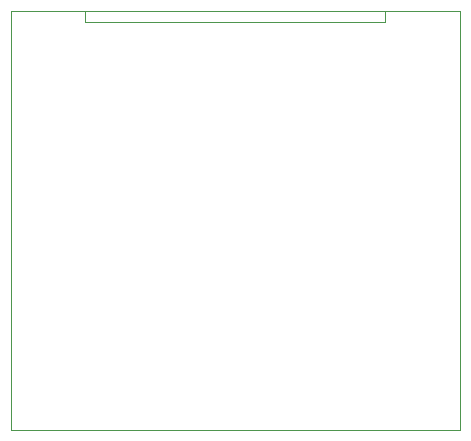
<source format=gm1>
G75*
G70*
%OFA0B0*%
%FSLAX24Y24*%
%IPPOS*%
%LPD*%
%AMOC8*
5,1,8,0,0,1.08239X$1,22.5*
%
%ADD10C,0.0000*%
D10*
X000160Y000160D02*
X000160Y014136D01*
X015121Y014136D01*
X015121Y000160D01*
X000160Y000160D01*
X002625Y013777D02*
X012625Y013777D01*
X012625Y014152D01*
X002625Y014152D01*
X002625Y013777D01*
M02*

</source>
